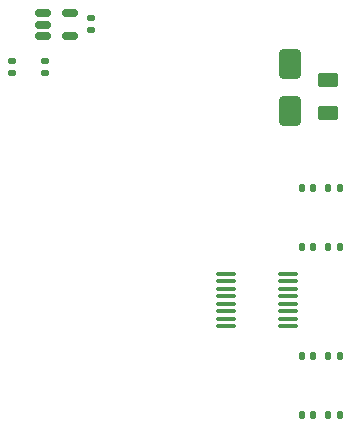
<source format=gbr>
%TF.GenerationSoftware,KiCad,Pcbnew,9.0.6+1*%
%TF.CreationDate,2025-12-15T08:06:45+00:00*%
%TF.ProjectId,dreh_shield,64726568-5f73-4686-9965-6c642e6b6963,0.1*%
%TF.SameCoordinates,Original*%
%TF.FileFunction,Paste,Top*%
%TF.FilePolarity,Positive*%
%FSLAX46Y46*%
G04 Gerber Fmt 4.6, Leading zero omitted, Abs format (unit mm)*
G04 Created by KiCad (PCBNEW 9.0.6+1) date 2025-12-15 08:06:45*
%MOMM*%
%LPD*%
G01*
G04 APERTURE LIST*
G04 Aperture macros list*
%AMRoundRect*
0 Rectangle with rounded corners*
0 $1 Rounding radius*
0 $2 $3 $4 $5 $6 $7 $8 $9 X,Y pos of 4 corners*
0 Add a 4 corners polygon primitive as box body*
4,1,4,$2,$3,$4,$5,$6,$7,$8,$9,$2,$3,0*
0 Add four circle primitives for the rounded corners*
1,1,$1+$1,$2,$3*
1,1,$1+$1,$4,$5*
1,1,$1+$1,$6,$7*
1,1,$1+$1,$8,$9*
0 Add four rect primitives between the rounded corners*
20,1,$1+$1,$2,$3,$4,$5,0*
20,1,$1+$1,$4,$5,$6,$7,0*
20,1,$1+$1,$6,$7,$8,$9,0*
20,1,$1+$1,$8,$9,$2,$3,0*%
G04 Aperture macros list end*
%ADD10RoundRect,0.135000X-0.185000X0.135000X-0.185000X-0.135000X0.185000X-0.135000X0.185000X0.135000X0*%
%ADD11RoundRect,0.140000X0.140000X0.170000X-0.140000X0.170000X-0.140000X-0.170000X0.140000X-0.170000X0*%
%ADD12RoundRect,0.135000X-0.135000X-0.185000X0.135000X-0.185000X0.135000X0.185000X-0.135000X0.185000X0*%
%ADD13RoundRect,0.150000X-0.512500X-0.150000X0.512500X-0.150000X0.512500X0.150000X-0.512500X0.150000X0*%
%ADD14RoundRect,0.100000X0.712500X0.100000X-0.712500X0.100000X-0.712500X-0.100000X0.712500X-0.100000X0*%
%ADD15RoundRect,0.250000X-0.625000X0.375000X-0.625000X-0.375000X0.625000X-0.375000X0.625000X0.375000X0*%
%ADD16RoundRect,0.250000X-0.650000X1.000000X-0.650000X-1.000000X0.650000X-1.000000X0.650000X1.000000X0*%
G04 APERTURE END LIST*
D10*
%TO.C,R106*%
X120500000Y-60240000D03*
X120500000Y-61260000D03*
%TD*%
%TO.C,R105*%
X124400000Y-56630000D03*
X124400000Y-57650000D03*
%TD*%
D11*
%TO.C,C104*%
X143230000Y-71000000D03*
X142270000Y-71000000D03*
%TD*%
D12*
%TO.C,R102*%
X144490000Y-85250000D03*
X145510000Y-85250000D03*
%TD*%
D13*
%TO.C,U102*%
X120362500Y-56250000D03*
X120362500Y-57200000D03*
X120362500Y-58150000D03*
X122637500Y-58150000D03*
X122637500Y-56250000D03*
%TD*%
D14*
%TO.C,U101*%
X141137500Y-82722500D03*
X141137500Y-82087500D03*
X141137500Y-81452500D03*
X141137500Y-80817500D03*
X141137500Y-80182500D03*
X141137500Y-79547500D03*
X141137500Y-78912500D03*
X141137500Y-78277500D03*
X135862500Y-78277500D03*
X135862500Y-78912500D03*
X135862500Y-79547500D03*
X135862500Y-80182500D03*
X135862500Y-80817500D03*
X135862500Y-81452500D03*
X135862500Y-82087500D03*
X135862500Y-82722500D03*
%TD*%
D10*
%TO.C,R107*%
X117750000Y-60240000D03*
X117750000Y-61260000D03*
%TD*%
D12*
%TO.C,R101*%
X144490000Y-90250000D03*
X145510000Y-90250000D03*
%TD*%
D11*
%TO.C,C101*%
X143230000Y-90250000D03*
X142270000Y-90250000D03*
%TD*%
D12*
%TO.C,R104*%
X144490000Y-71000000D03*
X145510000Y-71000000D03*
%TD*%
D11*
%TO.C,C103*%
X143230000Y-76000000D03*
X142270000Y-76000000D03*
%TD*%
D12*
%TO.C,R103*%
X144490000Y-76000000D03*
X145510000Y-76000000D03*
%TD*%
D15*
%TO.C,F101*%
X144500000Y-61850000D03*
X144500000Y-64650000D03*
%TD*%
D16*
%TO.C,D101*%
X141250000Y-60500000D03*
X141250000Y-64500000D03*
%TD*%
D11*
%TO.C,C102*%
X143230000Y-85250000D03*
X142270000Y-85250000D03*
%TD*%
M02*

</source>
